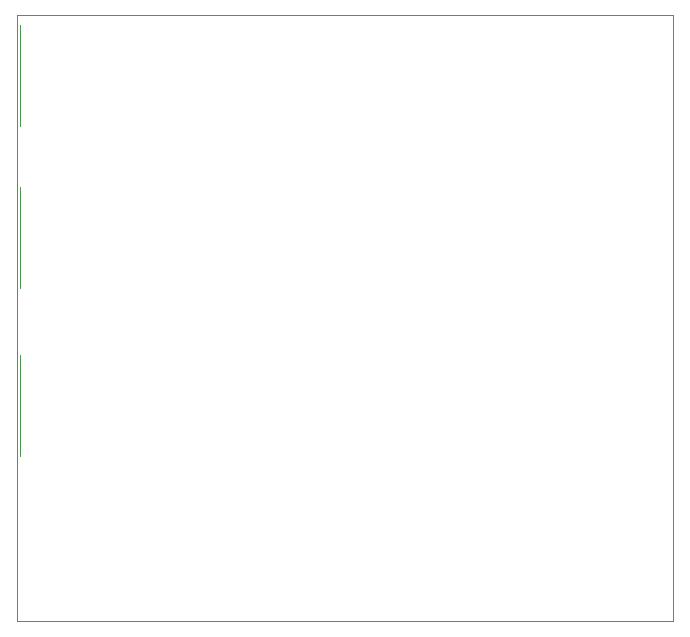
<source format=gm1>
G04 #@! TF.GenerationSoftware,KiCad,Pcbnew,7.0.2*
G04 #@! TF.CreationDate,2024-02-08T16:58:35+01:00*
G04 #@! TF.ProjectId,FilterAndHalfBuffer,46696c74-6572-4416-9e64-48616c664275,rev?*
G04 #@! TF.SameCoordinates,Original*
G04 #@! TF.FileFunction,Profile,NP*
%FSLAX46Y46*%
G04 Gerber Fmt 4.6, Leading zero omitted, Abs format (unit mm)*
G04 Created by KiCad (PCBNEW 7.0.2) date 2024-02-08 16:58:35*
%MOMM*%
%LPD*%
G01*
G04 APERTURE LIST*
G04 #@! TA.AperFunction,Profile*
%ADD10C,0.100000*%
G04 #@! TD*
G04 APERTURE END LIST*
D10*
X72716000Y-55880000D02*
X128270000Y-55880000D01*
X128270000Y-107170000D01*
X72716000Y-107170000D01*
X72716000Y-55880000D01*
G04 #@! TO.C,J2*
X72716000Y-98570000D02*
X72716000Y-107170000D01*
G04 #@! TO.C,J1*
X72970000Y-70376000D02*
X72970000Y-78976000D01*
G04 #@! TO.C,J7*
X72970000Y-84600000D02*
X72970000Y-93200000D01*
G04 #@! TO.C,J5*
X72970000Y-56660000D02*
X72970000Y-65260000D01*
G04 #@! TD*
M02*

</source>
